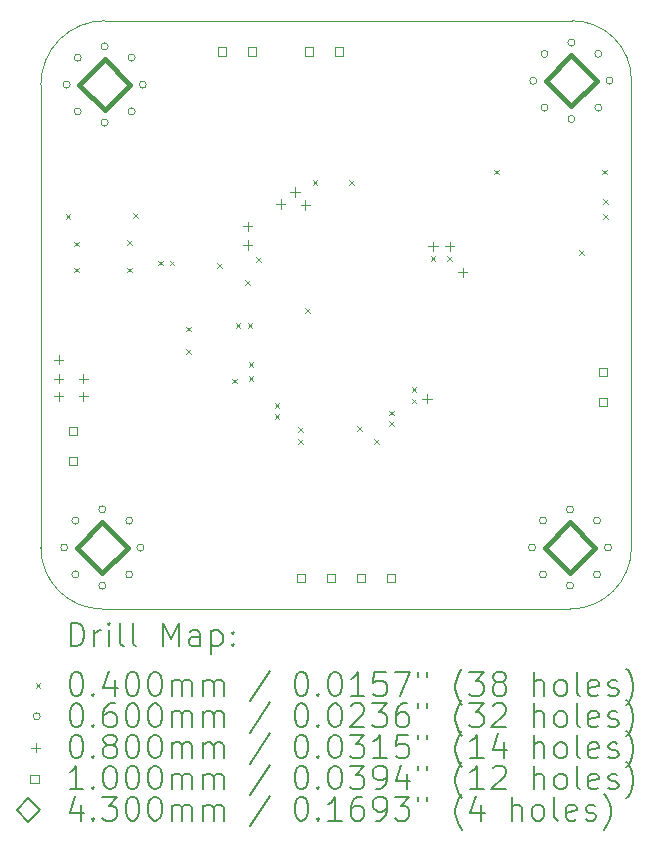
<source format=gbr>
%TF.GenerationSoftware,KiCad,Pcbnew,(6.0.7)*%
%TF.CreationDate,2023-05-29T18:59:21-07:00*%
%TF.ProjectId,STM32F4_Breakout,53544d33-3246-4345-9f42-7265616b6f75,rev?*%
%TF.SameCoordinates,Original*%
%TF.FileFunction,Drillmap*%
%TF.FilePolarity,Positive*%
%FSLAX45Y45*%
G04 Gerber Fmt 4.5, Leading zero omitted, Abs format (unit mm)*
G04 Created by KiCad (PCBNEW (6.0.7)) date 2023-05-29 18:59:21*
%MOMM*%
%LPD*%
G01*
G04 APERTURE LIST*
%ADD10C,0.100000*%
%ADD11C,0.200000*%
%ADD12C,0.040000*%
%ADD13C,0.060000*%
%ADD14C,0.080000*%
%ADD15C,0.430000*%
G04 APERTURE END LIST*
D10*
X11040000Y-4480000D02*
X11040000Y-8440000D01*
X6040000Y-8440000D02*
X6040000Y-4520000D01*
X6580000Y-3980000D02*
X10540000Y-3980000D01*
X6040000Y-8440000D02*
G75*
G03*
X6560000Y-8960000I520000J0D01*
G01*
X10520000Y-8960000D02*
X6560000Y-8960000D01*
X11040000Y-4480000D02*
G75*
G03*
X10540000Y-3980000I-500000J0D01*
G01*
X10520000Y-8960000D02*
G75*
G03*
X11040000Y-8440000I0J520000D01*
G01*
X6580000Y-3980000D02*
G75*
G03*
X6040000Y-4520000I0J-540000D01*
G01*
D11*
D12*
X6250000Y-5620000D02*
X6290000Y-5660000D01*
X6290000Y-5620000D02*
X6250000Y-5660000D01*
X6320000Y-5850000D02*
X6360000Y-5890000D01*
X6360000Y-5850000D02*
X6320000Y-5890000D01*
X6320000Y-6070000D02*
X6360000Y-6110000D01*
X6360000Y-6070000D02*
X6320000Y-6110000D01*
X6770000Y-5840000D02*
X6810000Y-5880000D01*
X6810000Y-5840000D02*
X6770000Y-5880000D01*
X6770000Y-6070000D02*
X6810000Y-6110000D01*
X6810000Y-6070000D02*
X6770000Y-6110000D01*
X6820000Y-5610000D02*
X6860000Y-5650000D01*
X6860000Y-5610000D02*
X6820000Y-5650000D01*
X7030000Y-6010000D02*
X7070000Y-6050000D01*
X7070000Y-6010000D02*
X7030000Y-6050000D01*
X7130000Y-6010000D02*
X7170000Y-6050000D01*
X7170000Y-6010000D02*
X7130000Y-6050000D01*
X7270000Y-6570000D02*
X7310000Y-6610000D01*
X7310000Y-6570000D02*
X7270000Y-6610000D01*
X7270000Y-6760000D02*
X7310000Y-6800000D01*
X7310000Y-6760000D02*
X7270000Y-6800000D01*
X7530000Y-6030000D02*
X7570000Y-6070000D01*
X7570000Y-6030000D02*
X7530000Y-6070000D01*
X7660000Y-7010000D02*
X7700000Y-7050000D01*
X7700000Y-7010000D02*
X7660000Y-7050000D01*
X7690000Y-6540000D02*
X7730000Y-6580000D01*
X7730000Y-6540000D02*
X7690000Y-6580000D01*
X7768036Y-6177511D02*
X7808036Y-6217511D01*
X7808036Y-6177511D02*
X7768036Y-6217511D01*
X7790000Y-6540000D02*
X7830000Y-6580000D01*
X7830000Y-6540000D02*
X7790000Y-6580000D01*
X7800000Y-6870000D02*
X7840000Y-6910000D01*
X7840000Y-6870000D02*
X7800000Y-6910000D01*
X7800000Y-6990000D02*
X7840000Y-7030000D01*
X7840000Y-6990000D02*
X7800000Y-7030000D01*
X7860000Y-5980000D02*
X7900000Y-6020000D01*
X7900000Y-5980000D02*
X7860000Y-6020000D01*
X8020000Y-7220000D02*
X8060000Y-7260000D01*
X8060000Y-7220000D02*
X8020000Y-7260000D01*
X8020000Y-7310000D02*
X8060000Y-7350000D01*
X8060000Y-7310000D02*
X8020000Y-7350000D01*
X8220000Y-7420000D02*
X8260000Y-7460000D01*
X8260000Y-7420000D02*
X8220000Y-7460000D01*
X8220000Y-7520000D02*
X8260000Y-7560000D01*
X8260000Y-7520000D02*
X8220000Y-7560000D01*
X8280000Y-6410000D02*
X8320000Y-6450000D01*
X8320000Y-6410000D02*
X8280000Y-6450000D01*
X8340000Y-5330000D02*
X8380000Y-5370000D01*
X8380000Y-5330000D02*
X8340000Y-5370000D01*
X8650000Y-5330000D02*
X8690000Y-5370000D01*
X8690000Y-5330000D02*
X8650000Y-5370000D01*
X8720000Y-7410000D02*
X8760000Y-7450000D01*
X8760000Y-7410000D02*
X8720000Y-7450000D01*
X8860000Y-7520000D02*
X8900000Y-7560000D01*
X8900000Y-7520000D02*
X8860000Y-7560000D01*
X8990000Y-7280000D02*
X9030000Y-7320000D01*
X9030000Y-7280000D02*
X8990000Y-7320000D01*
X8990000Y-7370000D02*
X9030000Y-7410000D01*
X9030000Y-7370000D02*
X8990000Y-7410000D01*
X9180000Y-7080000D02*
X9220000Y-7120000D01*
X9220000Y-7080000D02*
X9180000Y-7120000D01*
X9180000Y-7180000D02*
X9220000Y-7220000D01*
X9220000Y-7180000D02*
X9180000Y-7220000D01*
X9340000Y-5970000D02*
X9380000Y-6010000D01*
X9380000Y-5970000D02*
X9340000Y-6010000D01*
X9480000Y-5970000D02*
X9520000Y-6010000D01*
X9520000Y-5970000D02*
X9480000Y-6010000D01*
X9880000Y-5240000D02*
X9920000Y-5280000D01*
X9920000Y-5240000D02*
X9880000Y-5280000D01*
X10600000Y-5920000D02*
X10640000Y-5960000D01*
X10640000Y-5920000D02*
X10600000Y-5960000D01*
X10790000Y-5240000D02*
X10830000Y-5280000D01*
X10830000Y-5240000D02*
X10790000Y-5280000D01*
X10800000Y-5490000D02*
X10840000Y-5530000D01*
X10840000Y-5490000D02*
X10800000Y-5530000D01*
X10800000Y-5620000D02*
X10840000Y-5660000D01*
X10840000Y-5620000D02*
X10800000Y-5660000D01*
D13*
X6267500Y-8440000D02*
G75*
G03*
X6267500Y-8440000I-30000J0D01*
G01*
X6287500Y-4520000D02*
G75*
G03*
X6287500Y-4520000I-30000J0D01*
G01*
X6361958Y-8211958D02*
G75*
G03*
X6361958Y-8211958I-30000J0D01*
G01*
X6361958Y-8668042D02*
G75*
G03*
X6361958Y-8668042I-30000J0D01*
G01*
X6381958Y-4291958D02*
G75*
G03*
X6381958Y-4291958I-30000J0D01*
G01*
X6381958Y-4748042D02*
G75*
G03*
X6381958Y-4748042I-30000J0D01*
G01*
X6590000Y-8117500D02*
G75*
G03*
X6590000Y-8117500I-30000J0D01*
G01*
X6590000Y-8762500D02*
G75*
G03*
X6590000Y-8762500I-30000J0D01*
G01*
X6610000Y-4197500D02*
G75*
G03*
X6610000Y-4197500I-30000J0D01*
G01*
X6610000Y-4842500D02*
G75*
G03*
X6610000Y-4842500I-30000J0D01*
G01*
X6818042Y-8211958D02*
G75*
G03*
X6818042Y-8211958I-30000J0D01*
G01*
X6818042Y-8668042D02*
G75*
G03*
X6818042Y-8668042I-30000J0D01*
G01*
X6838042Y-4291958D02*
G75*
G03*
X6838042Y-4291958I-30000J0D01*
G01*
X6838042Y-4748042D02*
G75*
G03*
X6838042Y-4748042I-30000J0D01*
G01*
X6912500Y-8440000D02*
G75*
G03*
X6912500Y-8440000I-30000J0D01*
G01*
X6932500Y-4520000D02*
G75*
G03*
X6932500Y-4520000I-30000J0D01*
G01*
X10227500Y-8440000D02*
G75*
G03*
X10227500Y-8440000I-30000J0D01*
G01*
X10239458Y-4488042D02*
G75*
G03*
X10239458Y-4488042I-30000J0D01*
G01*
X10321958Y-8211958D02*
G75*
G03*
X10321958Y-8211958I-30000J0D01*
G01*
X10321958Y-8668042D02*
G75*
G03*
X10321958Y-8668042I-30000J0D01*
G01*
X10333916Y-4260000D02*
G75*
G03*
X10333916Y-4260000I-30000J0D01*
G01*
X10333916Y-4716084D02*
G75*
G03*
X10333916Y-4716084I-30000J0D01*
G01*
X10550000Y-8117500D02*
G75*
G03*
X10550000Y-8117500I-30000J0D01*
G01*
X10550000Y-8762500D02*
G75*
G03*
X10550000Y-8762500I-30000J0D01*
G01*
X10561958Y-4165542D02*
G75*
G03*
X10561958Y-4165542I-30000J0D01*
G01*
X10561958Y-4810542D02*
G75*
G03*
X10561958Y-4810542I-30000J0D01*
G01*
X10778042Y-8211958D02*
G75*
G03*
X10778042Y-8211958I-30000J0D01*
G01*
X10778042Y-8668042D02*
G75*
G03*
X10778042Y-8668042I-30000J0D01*
G01*
X10790000Y-4260000D02*
G75*
G03*
X10790000Y-4260000I-30000J0D01*
G01*
X10790000Y-4716084D02*
G75*
G03*
X10790000Y-4716084I-30000J0D01*
G01*
X10872500Y-8440000D02*
G75*
G03*
X10872500Y-8440000I-30000J0D01*
G01*
X10884458Y-4488042D02*
G75*
G03*
X10884458Y-4488042I-30000J0D01*
G01*
D14*
X6190000Y-6810000D02*
X6190000Y-6890000D01*
X6150000Y-6850000D02*
X6230000Y-6850000D01*
X6190000Y-6970000D02*
X6190000Y-7050000D01*
X6150000Y-7010000D02*
X6230000Y-7010000D01*
X6190000Y-7120000D02*
X6190000Y-7200000D01*
X6150000Y-7160000D02*
X6230000Y-7160000D01*
X6400000Y-6970000D02*
X6400000Y-7050000D01*
X6360000Y-7010000D02*
X6440000Y-7010000D01*
X6400000Y-7120000D02*
X6400000Y-7200000D01*
X6360000Y-7160000D02*
X6440000Y-7160000D01*
X7790000Y-5680000D02*
X7790000Y-5760000D01*
X7750000Y-5720000D02*
X7830000Y-5720000D01*
X7790000Y-5840000D02*
X7790000Y-5920000D01*
X7750000Y-5880000D02*
X7830000Y-5880000D01*
X8070000Y-5490000D02*
X8070000Y-5570000D01*
X8030000Y-5530000D02*
X8110000Y-5530000D01*
X8190000Y-5390000D02*
X8190000Y-5470000D01*
X8150000Y-5430000D02*
X8230000Y-5430000D01*
X8280000Y-5500000D02*
X8280000Y-5580000D01*
X8240000Y-5540000D02*
X8320000Y-5540000D01*
X9310000Y-7140000D02*
X9310000Y-7220000D01*
X9270000Y-7180000D02*
X9350000Y-7180000D01*
X9360000Y-5850000D02*
X9360000Y-5930000D01*
X9320000Y-5890000D02*
X9400000Y-5890000D01*
X9500000Y-5850000D02*
X9500000Y-5930000D01*
X9460000Y-5890000D02*
X9540000Y-5890000D01*
X9610000Y-6070000D02*
X9610000Y-6150000D01*
X9570000Y-6110000D02*
X9650000Y-6110000D01*
D10*
X6345356Y-7488856D02*
X6345356Y-7418144D01*
X6274644Y-7418144D01*
X6274644Y-7488856D01*
X6345356Y-7488856D01*
X6345356Y-7742856D02*
X6345356Y-7672144D01*
X6274644Y-7672144D01*
X6274644Y-7742856D01*
X6345356Y-7742856D01*
X7608856Y-4275356D02*
X7608856Y-4204644D01*
X7538144Y-4204644D01*
X7538144Y-4275356D01*
X7608856Y-4275356D01*
X7862856Y-4275356D02*
X7862856Y-4204644D01*
X7792144Y-4204644D01*
X7792144Y-4275356D01*
X7862856Y-4275356D01*
X8275356Y-8735356D02*
X8275356Y-8664644D01*
X8204644Y-8664644D01*
X8204644Y-8735356D01*
X8275356Y-8735356D01*
X8347856Y-4275356D02*
X8347856Y-4204644D01*
X8277144Y-4204644D01*
X8277144Y-4275356D01*
X8347856Y-4275356D01*
X8529356Y-8735356D02*
X8529356Y-8664644D01*
X8458644Y-8664644D01*
X8458644Y-8735356D01*
X8529356Y-8735356D01*
X8601856Y-4275356D02*
X8601856Y-4204644D01*
X8531144Y-4204644D01*
X8531144Y-4275356D01*
X8601856Y-4275356D01*
X8783356Y-8735356D02*
X8783356Y-8664644D01*
X8712644Y-8664644D01*
X8712644Y-8735356D01*
X8783356Y-8735356D01*
X9037356Y-8735356D02*
X9037356Y-8664644D01*
X8966644Y-8664644D01*
X8966644Y-8735356D01*
X9037356Y-8735356D01*
X10835356Y-6991356D02*
X10835356Y-6920644D01*
X10764644Y-6920644D01*
X10764644Y-6991356D01*
X10835356Y-6991356D01*
X10835356Y-7245356D02*
X10835356Y-7174644D01*
X10764644Y-7174644D01*
X10764644Y-7245356D01*
X10835356Y-7245356D01*
D15*
X6560000Y-8655000D02*
X6775000Y-8440000D01*
X6560000Y-8225000D01*
X6345000Y-8440000D01*
X6560000Y-8655000D01*
X6580000Y-4735000D02*
X6795000Y-4520000D01*
X6580000Y-4305000D01*
X6365000Y-4520000D01*
X6580000Y-4735000D01*
X10520000Y-8655000D02*
X10735000Y-8440000D01*
X10520000Y-8225000D01*
X10305000Y-8440000D01*
X10520000Y-8655000D01*
X10531958Y-4703042D02*
X10746958Y-4488042D01*
X10531958Y-4273042D01*
X10316958Y-4488042D01*
X10531958Y-4703042D01*
D11*
X6292619Y-9275476D02*
X6292619Y-9075476D01*
X6340238Y-9075476D01*
X6368809Y-9085000D01*
X6387857Y-9104048D01*
X6397381Y-9123095D01*
X6406905Y-9161190D01*
X6406905Y-9189762D01*
X6397381Y-9227857D01*
X6387857Y-9246905D01*
X6368809Y-9265952D01*
X6340238Y-9275476D01*
X6292619Y-9275476D01*
X6492619Y-9275476D02*
X6492619Y-9142143D01*
X6492619Y-9180238D02*
X6502143Y-9161190D01*
X6511667Y-9151667D01*
X6530714Y-9142143D01*
X6549762Y-9142143D01*
X6616428Y-9275476D02*
X6616428Y-9142143D01*
X6616428Y-9075476D02*
X6606905Y-9085000D01*
X6616428Y-9094524D01*
X6625952Y-9085000D01*
X6616428Y-9075476D01*
X6616428Y-9094524D01*
X6740238Y-9275476D02*
X6721190Y-9265952D01*
X6711667Y-9246905D01*
X6711667Y-9075476D01*
X6845000Y-9275476D02*
X6825952Y-9265952D01*
X6816428Y-9246905D01*
X6816428Y-9075476D01*
X7073571Y-9275476D02*
X7073571Y-9075476D01*
X7140238Y-9218333D01*
X7206905Y-9075476D01*
X7206905Y-9275476D01*
X7387857Y-9275476D02*
X7387857Y-9170714D01*
X7378333Y-9151667D01*
X7359286Y-9142143D01*
X7321190Y-9142143D01*
X7302143Y-9151667D01*
X7387857Y-9265952D02*
X7368809Y-9275476D01*
X7321190Y-9275476D01*
X7302143Y-9265952D01*
X7292619Y-9246905D01*
X7292619Y-9227857D01*
X7302143Y-9208810D01*
X7321190Y-9199286D01*
X7368809Y-9199286D01*
X7387857Y-9189762D01*
X7483095Y-9142143D02*
X7483095Y-9342143D01*
X7483095Y-9151667D02*
X7502143Y-9142143D01*
X7540238Y-9142143D01*
X7559286Y-9151667D01*
X7568809Y-9161190D01*
X7578333Y-9180238D01*
X7578333Y-9237381D01*
X7568809Y-9256429D01*
X7559286Y-9265952D01*
X7540238Y-9275476D01*
X7502143Y-9275476D01*
X7483095Y-9265952D01*
X7664048Y-9256429D02*
X7673571Y-9265952D01*
X7664048Y-9275476D01*
X7654524Y-9265952D01*
X7664048Y-9256429D01*
X7664048Y-9275476D01*
X7664048Y-9151667D02*
X7673571Y-9161190D01*
X7664048Y-9170714D01*
X7654524Y-9161190D01*
X7664048Y-9151667D01*
X7664048Y-9170714D01*
D12*
X5995000Y-9585000D02*
X6035000Y-9625000D01*
X6035000Y-9585000D02*
X5995000Y-9625000D01*
D11*
X6330714Y-9495476D02*
X6349762Y-9495476D01*
X6368809Y-9505000D01*
X6378333Y-9514524D01*
X6387857Y-9533571D01*
X6397381Y-9571667D01*
X6397381Y-9619286D01*
X6387857Y-9657381D01*
X6378333Y-9676429D01*
X6368809Y-9685952D01*
X6349762Y-9695476D01*
X6330714Y-9695476D01*
X6311667Y-9685952D01*
X6302143Y-9676429D01*
X6292619Y-9657381D01*
X6283095Y-9619286D01*
X6283095Y-9571667D01*
X6292619Y-9533571D01*
X6302143Y-9514524D01*
X6311667Y-9505000D01*
X6330714Y-9495476D01*
X6483095Y-9676429D02*
X6492619Y-9685952D01*
X6483095Y-9695476D01*
X6473571Y-9685952D01*
X6483095Y-9676429D01*
X6483095Y-9695476D01*
X6664048Y-9562143D02*
X6664048Y-9695476D01*
X6616428Y-9485952D02*
X6568809Y-9628810D01*
X6692619Y-9628810D01*
X6806905Y-9495476D02*
X6825952Y-9495476D01*
X6845000Y-9505000D01*
X6854524Y-9514524D01*
X6864048Y-9533571D01*
X6873571Y-9571667D01*
X6873571Y-9619286D01*
X6864048Y-9657381D01*
X6854524Y-9676429D01*
X6845000Y-9685952D01*
X6825952Y-9695476D01*
X6806905Y-9695476D01*
X6787857Y-9685952D01*
X6778333Y-9676429D01*
X6768809Y-9657381D01*
X6759286Y-9619286D01*
X6759286Y-9571667D01*
X6768809Y-9533571D01*
X6778333Y-9514524D01*
X6787857Y-9505000D01*
X6806905Y-9495476D01*
X6997381Y-9495476D02*
X7016428Y-9495476D01*
X7035476Y-9505000D01*
X7045000Y-9514524D01*
X7054524Y-9533571D01*
X7064048Y-9571667D01*
X7064048Y-9619286D01*
X7054524Y-9657381D01*
X7045000Y-9676429D01*
X7035476Y-9685952D01*
X7016428Y-9695476D01*
X6997381Y-9695476D01*
X6978333Y-9685952D01*
X6968809Y-9676429D01*
X6959286Y-9657381D01*
X6949762Y-9619286D01*
X6949762Y-9571667D01*
X6959286Y-9533571D01*
X6968809Y-9514524D01*
X6978333Y-9505000D01*
X6997381Y-9495476D01*
X7149762Y-9695476D02*
X7149762Y-9562143D01*
X7149762Y-9581190D02*
X7159286Y-9571667D01*
X7178333Y-9562143D01*
X7206905Y-9562143D01*
X7225952Y-9571667D01*
X7235476Y-9590714D01*
X7235476Y-9695476D01*
X7235476Y-9590714D02*
X7245000Y-9571667D01*
X7264048Y-9562143D01*
X7292619Y-9562143D01*
X7311667Y-9571667D01*
X7321190Y-9590714D01*
X7321190Y-9695476D01*
X7416428Y-9695476D02*
X7416428Y-9562143D01*
X7416428Y-9581190D02*
X7425952Y-9571667D01*
X7445000Y-9562143D01*
X7473571Y-9562143D01*
X7492619Y-9571667D01*
X7502143Y-9590714D01*
X7502143Y-9695476D01*
X7502143Y-9590714D02*
X7511667Y-9571667D01*
X7530714Y-9562143D01*
X7559286Y-9562143D01*
X7578333Y-9571667D01*
X7587857Y-9590714D01*
X7587857Y-9695476D01*
X7978333Y-9485952D02*
X7806905Y-9743095D01*
X8235476Y-9495476D02*
X8254524Y-9495476D01*
X8273571Y-9505000D01*
X8283095Y-9514524D01*
X8292619Y-9533571D01*
X8302143Y-9571667D01*
X8302143Y-9619286D01*
X8292619Y-9657381D01*
X8283095Y-9676429D01*
X8273571Y-9685952D01*
X8254524Y-9695476D01*
X8235476Y-9695476D01*
X8216428Y-9685952D01*
X8206905Y-9676429D01*
X8197381Y-9657381D01*
X8187857Y-9619286D01*
X8187857Y-9571667D01*
X8197381Y-9533571D01*
X8206905Y-9514524D01*
X8216428Y-9505000D01*
X8235476Y-9495476D01*
X8387857Y-9676429D02*
X8397381Y-9685952D01*
X8387857Y-9695476D01*
X8378333Y-9685952D01*
X8387857Y-9676429D01*
X8387857Y-9695476D01*
X8521190Y-9495476D02*
X8540238Y-9495476D01*
X8559286Y-9505000D01*
X8568810Y-9514524D01*
X8578333Y-9533571D01*
X8587857Y-9571667D01*
X8587857Y-9619286D01*
X8578333Y-9657381D01*
X8568810Y-9676429D01*
X8559286Y-9685952D01*
X8540238Y-9695476D01*
X8521190Y-9695476D01*
X8502143Y-9685952D01*
X8492619Y-9676429D01*
X8483095Y-9657381D01*
X8473571Y-9619286D01*
X8473571Y-9571667D01*
X8483095Y-9533571D01*
X8492619Y-9514524D01*
X8502143Y-9505000D01*
X8521190Y-9495476D01*
X8778333Y-9695476D02*
X8664048Y-9695476D01*
X8721190Y-9695476D02*
X8721190Y-9495476D01*
X8702143Y-9524048D01*
X8683095Y-9543095D01*
X8664048Y-9552619D01*
X8959286Y-9495476D02*
X8864048Y-9495476D01*
X8854524Y-9590714D01*
X8864048Y-9581190D01*
X8883095Y-9571667D01*
X8930714Y-9571667D01*
X8949762Y-9581190D01*
X8959286Y-9590714D01*
X8968810Y-9609762D01*
X8968810Y-9657381D01*
X8959286Y-9676429D01*
X8949762Y-9685952D01*
X8930714Y-9695476D01*
X8883095Y-9695476D01*
X8864048Y-9685952D01*
X8854524Y-9676429D01*
X9035476Y-9495476D02*
X9168810Y-9495476D01*
X9083095Y-9695476D01*
X9235476Y-9495476D02*
X9235476Y-9533571D01*
X9311667Y-9495476D02*
X9311667Y-9533571D01*
X9606905Y-9771667D02*
X9597381Y-9762143D01*
X9578333Y-9733571D01*
X9568810Y-9714524D01*
X9559286Y-9685952D01*
X9549762Y-9638333D01*
X9549762Y-9600238D01*
X9559286Y-9552619D01*
X9568810Y-9524048D01*
X9578333Y-9505000D01*
X9597381Y-9476429D01*
X9606905Y-9466905D01*
X9664048Y-9495476D02*
X9787857Y-9495476D01*
X9721190Y-9571667D01*
X9749762Y-9571667D01*
X9768810Y-9581190D01*
X9778333Y-9590714D01*
X9787857Y-9609762D01*
X9787857Y-9657381D01*
X9778333Y-9676429D01*
X9768810Y-9685952D01*
X9749762Y-9695476D01*
X9692619Y-9695476D01*
X9673571Y-9685952D01*
X9664048Y-9676429D01*
X9902143Y-9581190D02*
X9883095Y-9571667D01*
X9873571Y-9562143D01*
X9864048Y-9543095D01*
X9864048Y-9533571D01*
X9873571Y-9514524D01*
X9883095Y-9505000D01*
X9902143Y-9495476D01*
X9940238Y-9495476D01*
X9959286Y-9505000D01*
X9968810Y-9514524D01*
X9978333Y-9533571D01*
X9978333Y-9543095D01*
X9968810Y-9562143D01*
X9959286Y-9571667D01*
X9940238Y-9581190D01*
X9902143Y-9581190D01*
X9883095Y-9590714D01*
X9873571Y-9600238D01*
X9864048Y-9619286D01*
X9864048Y-9657381D01*
X9873571Y-9676429D01*
X9883095Y-9685952D01*
X9902143Y-9695476D01*
X9940238Y-9695476D01*
X9959286Y-9685952D01*
X9968810Y-9676429D01*
X9978333Y-9657381D01*
X9978333Y-9619286D01*
X9968810Y-9600238D01*
X9959286Y-9590714D01*
X9940238Y-9581190D01*
X10216429Y-9695476D02*
X10216429Y-9495476D01*
X10302143Y-9695476D02*
X10302143Y-9590714D01*
X10292619Y-9571667D01*
X10273571Y-9562143D01*
X10245000Y-9562143D01*
X10225952Y-9571667D01*
X10216429Y-9581190D01*
X10425952Y-9695476D02*
X10406905Y-9685952D01*
X10397381Y-9676429D01*
X10387857Y-9657381D01*
X10387857Y-9600238D01*
X10397381Y-9581190D01*
X10406905Y-9571667D01*
X10425952Y-9562143D01*
X10454524Y-9562143D01*
X10473571Y-9571667D01*
X10483095Y-9581190D01*
X10492619Y-9600238D01*
X10492619Y-9657381D01*
X10483095Y-9676429D01*
X10473571Y-9685952D01*
X10454524Y-9695476D01*
X10425952Y-9695476D01*
X10606905Y-9695476D02*
X10587857Y-9685952D01*
X10578333Y-9666905D01*
X10578333Y-9495476D01*
X10759286Y-9685952D02*
X10740238Y-9695476D01*
X10702143Y-9695476D01*
X10683095Y-9685952D01*
X10673571Y-9666905D01*
X10673571Y-9590714D01*
X10683095Y-9571667D01*
X10702143Y-9562143D01*
X10740238Y-9562143D01*
X10759286Y-9571667D01*
X10768810Y-9590714D01*
X10768810Y-9609762D01*
X10673571Y-9628810D01*
X10845000Y-9685952D02*
X10864048Y-9695476D01*
X10902143Y-9695476D01*
X10921190Y-9685952D01*
X10930714Y-9666905D01*
X10930714Y-9657381D01*
X10921190Y-9638333D01*
X10902143Y-9628810D01*
X10873571Y-9628810D01*
X10854524Y-9619286D01*
X10845000Y-9600238D01*
X10845000Y-9590714D01*
X10854524Y-9571667D01*
X10873571Y-9562143D01*
X10902143Y-9562143D01*
X10921190Y-9571667D01*
X10997381Y-9771667D02*
X11006905Y-9762143D01*
X11025952Y-9733571D01*
X11035476Y-9714524D01*
X11045000Y-9685952D01*
X11054524Y-9638333D01*
X11054524Y-9600238D01*
X11045000Y-9552619D01*
X11035476Y-9524048D01*
X11025952Y-9505000D01*
X11006905Y-9476429D01*
X10997381Y-9466905D01*
D13*
X6035000Y-9869000D02*
G75*
G03*
X6035000Y-9869000I-30000J0D01*
G01*
D11*
X6330714Y-9759476D02*
X6349762Y-9759476D01*
X6368809Y-9769000D01*
X6378333Y-9778524D01*
X6387857Y-9797571D01*
X6397381Y-9835667D01*
X6397381Y-9883286D01*
X6387857Y-9921381D01*
X6378333Y-9940429D01*
X6368809Y-9949952D01*
X6349762Y-9959476D01*
X6330714Y-9959476D01*
X6311667Y-9949952D01*
X6302143Y-9940429D01*
X6292619Y-9921381D01*
X6283095Y-9883286D01*
X6283095Y-9835667D01*
X6292619Y-9797571D01*
X6302143Y-9778524D01*
X6311667Y-9769000D01*
X6330714Y-9759476D01*
X6483095Y-9940429D02*
X6492619Y-9949952D01*
X6483095Y-9959476D01*
X6473571Y-9949952D01*
X6483095Y-9940429D01*
X6483095Y-9959476D01*
X6664048Y-9759476D02*
X6625952Y-9759476D01*
X6606905Y-9769000D01*
X6597381Y-9778524D01*
X6578333Y-9807095D01*
X6568809Y-9845190D01*
X6568809Y-9921381D01*
X6578333Y-9940429D01*
X6587857Y-9949952D01*
X6606905Y-9959476D01*
X6645000Y-9959476D01*
X6664048Y-9949952D01*
X6673571Y-9940429D01*
X6683095Y-9921381D01*
X6683095Y-9873762D01*
X6673571Y-9854714D01*
X6664048Y-9845190D01*
X6645000Y-9835667D01*
X6606905Y-9835667D01*
X6587857Y-9845190D01*
X6578333Y-9854714D01*
X6568809Y-9873762D01*
X6806905Y-9759476D02*
X6825952Y-9759476D01*
X6845000Y-9769000D01*
X6854524Y-9778524D01*
X6864048Y-9797571D01*
X6873571Y-9835667D01*
X6873571Y-9883286D01*
X6864048Y-9921381D01*
X6854524Y-9940429D01*
X6845000Y-9949952D01*
X6825952Y-9959476D01*
X6806905Y-9959476D01*
X6787857Y-9949952D01*
X6778333Y-9940429D01*
X6768809Y-9921381D01*
X6759286Y-9883286D01*
X6759286Y-9835667D01*
X6768809Y-9797571D01*
X6778333Y-9778524D01*
X6787857Y-9769000D01*
X6806905Y-9759476D01*
X6997381Y-9759476D02*
X7016428Y-9759476D01*
X7035476Y-9769000D01*
X7045000Y-9778524D01*
X7054524Y-9797571D01*
X7064048Y-9835667D01*
X7064048Y-9883286D01*
X7054524Y-9921381D01*
X7045000Y-9940429D01*
X7035476Y-9949952D01*
X7016428Y-9959476D01*
X6997381Y-9959476D01*
X6978333Y-9949952D01*
X6968809Y-9940429D01*
X6959286Y-9921381D01*
X6949762Y-9883286D01*
X6949762Y-9835667D01*
X6959286Y-9797571D01*
X6968809Y-9778524D01*
X6978333Y-9769000D01*
X6997381Y-9759476D01*
X7149762Y-9959476D02*
X7149762Y-9826143D01*
X7149762Y-9845190D02*
X7159286Y-9835667D01*
X7178333Y-9826143D01*
X7206905Y-9826143D01*
X7225952Y-9835667D01*
X7235476Y-9854714D01*
X7235476Y-9959476D01*
X7235476Y-9854714D02*
X7245000Y-9835667D01*
X7264048Y-9826143D01*
X7292619Y-9826143D01*
X7311667Y-9835667D01*
X7321190Y-9854714D01*
X7321190Y-9959476D01*
X7416428Y-9959476D02*
X7416428Y-9826143D01*
X7416428Y-9845190D02*
X7425952Y-9835667D01*
X7445000Y-9826143D01*
X7473571Y-9826143D01*
X7492619Y-9835667D01*
X7502143Y-9854714D01*
X7502143Y-9959476D01*
X7502143Y-9854714D02*
X7511667Y-9835667D01*
X7530714Y-9826143D01*
X7559286Y-9826143D01*
X7578333Y-9835667D01*
X7587857Y-9854714D01*
X7587857Y-9959476D01*
X7978333Y-9749952D02*
X7806905Y-10007095D01*
X8235476Y-9759476D02*
X8254524Y-9759476D01*
X8273571Y-9769000D01*
X8283095Y-9778524D01*
X8292619Y-9797571D01*
X8302143Y-9835667D01*
X8302143Y-9883286D01*
X8292619Y-9921381D01*
X8283095Y-9940429D01*
X8273571Y-9949952D01*
X8254524Y-9959476D01*
X8235476Y-9959476D01*
X8216428Y-9949952D01*
X8206905Y-9940429D01*
X8197381Y-9921381D01*
X8187857Y-9883286D01*
X8187857Y-9835667D01*
X8197381Y-9797571D01*
X8206905Y-9778524D01*
X8216428Y-9769000D01*
X8235476Y-9759476D01*
X8387857Y-9940429D02*
X8397381Y-9949952D01*
X8387857Y-9959476D01*
X8378333Y-9949952D01*
X8387857Y-9940429D01*
X8387857Y-9959476D01*
X8521190Y-9759476D02*
X8540238Y-9759476D01*
X8559286Y-9769000D01*
X8568810Y-9778524D01*
X8578333Y-9797571D01*
X8587857Y-9835667D01*
X8587857Y-9883286D01*
X8578333Y-9921381D01*
X8568810Y-9940429D01*
X8559286Y-9949952D01*
X8540238Y-9959476D01*
X8521190Y-9959476D01*
X8502143Y-9949952D01*
X8492619Y-9940429D01*
X8483095Y-9921381D01*
X8473571Y-9883286D01*
X8473571Y-9835667D01*
X8483095Y-9797571D01*
X8492619Y-9778524D01*
X8502143Y-9769000D01*
X8521190Y-9759476D01*
X8664048Y-9778524D02*
X8673571Y-9769000D01*
X8692619Y-9759476D01*
X8740238Y-9759476D01*
X8759286Y-9769000D01*
X8768810Y-9778524D01*
X8778333Y-9797571D01*
X8778333Y-9816619D01*
X8768810Y-9845190D01*
X8654524Y-9959476D01*
X8778333Y-9959476D01*
X8845000Y-9759476D02*
X8968810Y-9759476D01*
X8902143Y-9835667D01*
X8930714Y-9835667D01*
X8949762Y-9845190D01*
X8959286Y-9854714D01*
X8968810Y-9873762D01*
X8968810Y-9921381D01*
X8959286Y-9940429D01*
X8949762Y-9949952D01*
X8930714Y-9959476D01*
X8873571Y-9959476D01*
X8854524Y-9949952D01*
X8845000Y-9940429D01*
X9140238Y-9759476D02*
X9102143Y-9759476D01*
X9083095Y-9769000D01*
X9073571Y-9778524D01*
X9054524Y-9807095D01*
X9045000Y-9845190D01*
X9045000Y-9921381D01*
X9054524Y-9940429D01*
X9064048Y-9949952D01*
X9083095Y-9959476D01*
X9121190Y-9959476D01*
X9140238Y-9949952D01*
X9149762Y-9940429D01*
X9159286Y-9921381D01*
X9159286Y-9873762D01*
X9149762Y-9854714D01*
X9140238Y-9845190D01*
X9121190Y-9835667D01*
X9083095Y-9835667D01*
X9064048Y-9845190D01*
X9054524Y-9854714D01*
X9045000Y-9873762D01*
X9235476Y-9759476D02*
X9235476Y-9797571D01*
X9311667Y-9759476D02*
X9311667Y-9797571D01*
X9606905Y-10035667D02*
X9597381Y-10026143D01*
X9578333Y-9997571D01*
X9568810Y-9978524D01*
X9559286Y-9949952D01*
X9549762Y-9902333D01*
X9549762Y-9864238D01*
X9559286Y-9816619D01*
X9568810Y-9788048D01*
X9578333Y-9769000D01*
X9597381Y-9740429D01*
X9606905Y-9730905D01*
X9664048Y-9759476D02*
X9787857Y-9759476D01*
X9721190Y-9835667D01*
X9749762Y-9835667D01*
X9768810Y-9845190D01*
X9778333Y-9854714D01*
X9787857Y-9873762D01*
X9787857Y-9921381D01*
X9778333Y-9940429D01*
X9768810Y-9949952D01*
X9749762Y-9959476D01*
X9692619Y-9959476D01*
X9673571Y-9949952D01*
X9664048Y-9940429D01*
X9864048Y-9778524D02*
X9873571Y-9769000D01*
X9892619Y-9759476D01*
X9940238Y-9759476D01*
X9959286Y-9769000D01*
X9968810Y-9778524D01*
X9978333Y-9797571D01*
X9978333Y-9816619D01*
X9968810Y-9845190D01*
X9854524Y-9959476D01*
X9978333Y-9959476D01*
X10216429Y-9959476D02*
X10216429Y-9759476D01*
X10302143Y-9959476D02*
X10302143Y-9854714D01*
X10292619Y-9835667D01*
X10273571Y-9826143D01*
X10245000Y-9826143D01*
X10225952Y-9835667D01*
X10216429Y-9845190D01*
X10425952Y-9959476D02*
X10406905Y-9949952D01*
X10397381Y-9940429D01*
X10387857Y-9921381D01*
X10387857Y-9864238D01*
X10397381Y-9845190D01*
X10406905Y-9835667D01*
X10425952Y-9826143D01*
X10454524Y-9826143D01*
X10473571Y-9835667D01*
X10483095Y-9845190D01*
X10492619Y-9864238D01*
X10492619Y-9921381D01*
X10483095Y-9940429D01*
X10473571Y-9949952D01*
X10454524Y-9959476D01*
X10425952Y-9959476D01*
X10606905Y-9959476D02*
X10587857Y-9949952D01*
X10578333Y-9930905D01*
X10578333Y-9759476D01*
X10759286Y-9949952D02*
X10740238Y-9959476D01*
X10702143Y-9959476D01*
X10683095Y-9949952D01*
X10673571Y-9930905D01*
X10673571Y-9854714D01*
X10683095Y-9835667D01*
X10702143Y-9826143D01*
X10740238Y-9826143D01*
X10759286Y-9835667D01*
X10768810Y-9854714D01*
X10768810Y-9873762D01*
X10673571Y-9892810D01*
X10845000Y-9949952D02*
X10864048Y-9959476D01*
X10902143Y-9959476D01*
X10921190Y-9949952D01*
X10930714Y-9930905D01*
X10930714Y-9921381D01*
X10921190Y-9902333D01*
X10902143Y-9892810D01*
X10873571Y-9892810D01*
X10854524Y-9883286D01*
X10845000Y-9864238D01*
X10845000Y-9854714D01*
X10854524Y-9835667D01*
X10873571Y-9826143D01*
X10902143Y-9826143D01*
X10921190Y-9835667D01*
X10997381Y-10035667D02*
X11006905Y-10026143D01*
X11025952Y-9997571D01*
X11035476Y-9978524D01*
X11045000Y-9949952D01*
X11054524Y-9902333D01*
X11054524Y-9864238D01*
X11045000Y-9816619D01*
X11035476Y-9788048D01*
X11025952Y-9769000D01*
X11006905Y-9740429D01*
X10997381Y-9730905D01*
D14*
X5995000Y-10093000D02*
X5995000Y-10173000D01*
X5955000Y-10133000D02*
X6035000Y-10133000D01*
D11*
X6330714Y-10023476D02*
X6349762Y-10023476D01*
X6368809Y-10033000D01*
X6378333Y-10042524D01*
X6387857Y-10061571D01*
X6397381Y-10099667D01*
X6397381Y-10147286D01*
X6387857Y-10185381D01*
X6378333Y-10204429D01*
X6368809Y-10213952D01*
X6349762Y-10223476D01*
X6330714Y-10223476D01*
X6311667Y-10213952D01*
X6302143Y-10204429D01*
X6292619Y-10185381D01*
X6283095Y-10147286D01*
X6283095Y-10099667D01*
X6292619Y-10061571D01*
X6302143Y-10042524D01*
X6311667Y-10033000D01*
X6330714Y-10023476D01*
X6483095Y-10204429D02*
X6492619Y-10213952D01*
X6483095Y-10223476D01*
X6473571Y-10213952D01*
X6483095Y-10204429D01*
X6483095Y-10223476D01*
X6606905Y-10109190D02*
X6587857Y-10099667D01*
X6578333Y-10090143D01*
X6568809Y-10071095D01*
X6568809Y-10061571D01*
X6578333Y-10042524D01*
X6587857Y-10033000D01*
X6606905Y-10023476D01*
X6645000Y-10023476D01*
X6664048Y-10033000D01*
X6673571Y-10042524D01*
X6683095Y-10061571D01*
X6683095Y-10071095D01*
X6673571Y-10090143D01*
X6664048Y-10099667D01*
X6645000Y-10109190D01*
X6606905Y-10109190D01*
X6587857Y-10118714D01*
X6578333Y-10128238D01*
X6568809Y-10147286D01*
X6568809Y-10185381D01*
X6578333Y-10204429D01*
X6587857Y-10213952D01*
X6606905Y-10223476D01*
X6645000Y-10223476D01*
X6664048Y-10213952D01*
X6673571Y-10204429D01*
X6683095Y-10185381D01*
X6683095Y-10147286D01*
X6673571Y-10128238D01*
X6664048Y-10118714D01*
X6645000Y-10109190D01*
X6806905Y-10023476D02*
X6825952Y-10023476D01*
X6845000Y-10033000D01*
X6854524Y-10042524D01*
X6864048Y-10061571D01*
X6873571Y-10099667D01*
X6873571Y-10147286D01*
X6864048Y-10185381D01*
X6854524Y-10204429D01*
X6845000Y-10213952D01*
X6825952Y-10223476D01*
X6806905Y-10223476D01*
X6787857Y-10213952D01*
X6778333Y-10204429D01*
X6768809Y-10185381D01*
X6759286Y-10147286D01*
X6759286Y-10099667D01*
X6768809Y-10061571D01*
X6778333Y-10042524D01*
X6787857Y-10033000D01*
X6806905Y-10023476D01*
X6997381Y-10023476D02*
X7016428Y-10023476D01*
X7035476Y-10033000D01*
X7045000Y-10042524D01*
X7054524Y-10061571D01*
X7064048Y-10099667D01*
X7064048Y-10147286D01*
X7054524Y-10185381D01*
X7045000Y-10204429D01*
X7035476Y-10213952D01*
X7016428Y-10223476D01*
X6997381Y-10223476D01*
X6978333Y-10213952D01*
X6968809Y-10204429D01*
X6959286Y-10185381D01*
X6949762Y-10147286D01*
X6949762Y-10099667D01*
X6959286Y-10061571D01*
X6968809Y-10042524D01*
X6978333Y-10033000D01*
X6997381Y-10023476D01*
X7149762Y-10223476D02*
X7149762Y-10090143D01*
X7149762Y-10109190D02*
X7159286Y-10099667D01*
X7178333Y-10090143D01*
X7206905Y-10090143D01*
X7225952Y-10099667D01*
X7235476Y-10118714D01*
X7235476Y-10223476D01*
X7235476Y-10118714D02*
X7245000Y-10099667D01*
X7264048Y-10090143D01*
X7292619Y-10090143D01*
X7311667Y-10099667D01*
X7321190Y-10118714D01*
X7321190Y-10223476D01*
X7416428Y-10223476D02*
X7416428Y-10090143D01*
X7416428Y-10109190D02*
X7425952Y-10099667D01*
X7445000Y-10090143D01*
X7473571Y-10090143D01*
X7492619Y-10099667D01*
X7502143Y-10118714D01*
X7502143Y-10223476D01*
X7502143Y-10118714D02*
X7511667Y-10099667D01*
X7530714Y-10090143D01*
X7559286Y-10090143D01*
X7578333Y-10099667D01*
X7587857Y-10118714D01*
X7587857Y-10223476D01*
X7978333Y-10013952D02*
X7806905Y-10271095D01*
X8235476Y-10023476D02*
X8254524Y-10023476D01*
X8273571Y-10033000D01*
X8283095Y-10042524D01*
X8292619Y-10061571D01*
X8302143Y-10099667D01*
X8302143Y-10147286D01*
X8292619Y-10185381D01*
X8283095Y-10204429D01*
X8273571Y-10213952D01*
X8254524Y-10223476D01*
X8235476Y-10223476D01*
X8216428Y-10213952D01*
X8206905Y-10204429D01*
X8197381Y-10185381D01*
X8187857Y-10147286D01*
X8187857Y-10099667D01*
X8197381Y-10061571D01*
X8206905Y-10042524D01*
X8216428Y-10033000D01*
X8235476Y-10023476D01*
X8387857Y-10204429D02*
X8397381Y-10213952D01*
X8387857Y-10223476D01*
X8378333Y-10213952D01*
X8387857Y-10204429D01*
X8387857Y-10223476D01*
X8521190Y-10023476D02*
X8540238Y-10023476D01*
X8559286Y-10033000D01*
X8568810Y-10042524D01*
X8578333Y-10061571D01*
X8587857Y-10099667D01*
X8587857Y-10147286D01*
X8578333Y-10185381D01*
X8568810Y-10204429D01*
X8559286Y-10213952D01*
X8540238Y-10223476D01*
X8521190Y-10223476D01*
X8502143Y-10213952D01*
X8492619Y-10204429D01*
X8483095Y-10185381D01*
X8473571Y-10147286D01*
X8473571Y-10099667D01*
X8483095Y-10061571D01*
X8492619Y-10042524D01*
X8502143Y-10033000D01*
X8521190Y-10023476D01*
X8654524Y-10023476D02*
X8778333Y-10023476D01*
X8711667Y-10099667D01*
X8740238Y-10099667D01*
X8759286Y-10109190D01*
X8768810Y-10118714D01*
X8778333Y-10137762D01*
X8778333Y-10185381D01*
X8768810Y-10204429D01*
X8759286Y-10213952D01*
X8740238Y-10223476D01*
X8683095Y-10223476D01*
X8664048Y-10213952D01*
X8654524Y-10204429D01*
X8968810Y-10223476D02*
X8854524Y-10223476D01*
X8911667Y-10223476D02*
X8911667Y-10023476D01*
X8892619Y-10052048D01*
X8873571Y-10071095D01*
X8854524Y-10080619D01*
X9149762Y-10023476D02*
X9054524Y-10023476D01*
X9045000Y-10118714D01*
X9054524Y-10109190D01*
X9073571Y-10099667D01*
X9121190Y-10099667D01*
X9140238Y-10109190D01*
X9149762Y-10118714D01*
X9159286Y-10137762D01*
X9159286Y-10185381D01*
X9149762Y-10204429D01*
X9140238Y-10213952D01*
X9121190Y-10223476D01*
X9073571Y-10223476D01*
X9054524Y-10213952D01*
X9045000Y-10204429D01*
X9235476Y-10023476D02*
X9235476Y-10061571D01*
X9311667Y-10023476D02*
X9311667Y-10061571D01*
X9606905Y-10299667D02*
X9597381Y-10290143D01*
X9578333Y-10261571D01*
X9568810Y-10242524D01*
X9559286Y-10213952D01*
X9549762Y-10166333D01*
X9549762Y-10128238D01*
X9559286Y-10080619D01*
X9568810Y-10052048D01*
X9578333Y-10033000D01*
X9597381Y-10004429D01*
X9606905Y-9994905D01*
X9787857Y-10223476D02*
X9673571Y-10223476D01*
X9730714Y-10223476D02*
X9730714Y-10023476D01*
X9711667Y-10052048D01*
X9692619Y-10071095D01*
X9673571Y-10080619D01*
X9959286Y-10090143D02*
X9959286Y-10223476D01*
X9911667Y-10013952D02*
X9864048Y-10156810D01*
X9987857Y-10156810D01*
X10216429Y-10223476D02*
X10216429Y-10023476D01*
X10302143Y-10223476D02*
X10302143Y-10118714D01*
X10292619Y-10099667D01*
X10273571Y-10090143D01*
X10245000Y-10090143D01*
X10225952Y-10099667D01*
X10216429Y-10109190D01*
X10425952Y-10223476D02*
X10406905Y-10213952D01*
X10397381Y-10204429D01*
X10387857Y-10185381D01*
X10387857Y-10128238D01*
X10397381Y-10109190D01*
X10406905Y-10099667D01*
X10425952Y-10090143D01*
X10454524Y-10090143D01*
X10473571Y-10099667D01*
X10483095Y-10109190D01*
X10492619Y-10128238D01*
X10492619Y-10185381D01*
X10483095Y-10204429D01*
X10473571Y-10213952D01*
X10454524Y-10223476D01*
X10425952Y-10223476D01*
X10606905Y-10223476D02*
X10587857Y-10213952D01*
X10578333Y-10194905D01*
X10578333Y-10023476D01*
X10759286Y-10213952D02*
X10740238Y-10223476D01*
X10702143Y-10223476D01*
X10683095Y-10213952D01*
X10673571Y-10194905D01*
X10673571Y-10118714D01*
X10683095Y-10099667D01*
X10702143Y-10090143D01*
X10740238Y-10090143D01*
X10759286Y-10099667D01*
X10768810Y-10118714D01*
X10768810Y-10137762D01*
X10673571Y-10156810D01*
X10845000Y-10213952D02*
X10864048Y-10223476D01*
X10902143Y-10223476D01*
X10921190Y-10213952D01*
X10930714Y-10194905D01*
X10930714Y-10185381D01*
X10921190Y-10166333D01*
X10902143Y-10156810D01*
X10873571Y-10156810D01*
X10854524Y-10147286D01*
X10845000Y-10128238D01*
X10845000Y-10118714D01*
X10854524Y-10099667D01*
X10873571Y-10090143D01*
X10902143Y-10090143D01*
X10921190Y-10099667D01*
X10997381Y-10299667D02*
X11006905Y-10290143D01*
X11025952Y-10261571D01*
X11035476Y-10242524D01*
X11045000Y-10213952D01*
X11054524Y-10166333D01*
X11054524Y-10128238D01*
X11045000Y-10080619D01*
X11035476Y-10052048D01*
X11025952Y-10033000D01*
X11006905Y-10004429D01*
X10997381Y-9994905D01*
D10*
X6020356Y-10432356D02*
X6020356Y-10361644D01*
X5949644Y-10361644D01*
X5949644Y-10432356D01*
X6020356Y-10432356D01*
D11*
X6397381Y-10487476D02*
X6283095Y-10487476D01*
X6340238Y-10487476D02*
X6340238Y-10287476D01*
X6321190Y-10316048D01*
X6302143Y-10335095D01*
X6283095Y-10344619D01*
X6483095Y-10468429D02*
X6492619Y-10477952D01*
X6483095Y-10487476D01*
X6473571Y-10477952D01*
X6483095Y-10468429D01*
X6483095Y-10487476D01*
X6616428Y-10287476D02*
X6635476Y-10287476D01*
X6654524Y-10297000D01*
X6664048Y-10306524D01*
X6673571Y-10325571D01*
X6683095Y-10363667D01*
X6683095Y-10411286D01*
X6673571Y-10449381D01*
X6664048Y-10468429D01*
X6654524Y-10477952D01*
X6635476Y-10487476D01*
X6616428Y-10487476D01*
X6597381Y-10477952D01*
X6587857Y-10468429D01*
X6578333Y-10449381D01*
X6568809Y-10411286D01*
X6568809Y-10363667D01*
X6578333Y-10325571D01*
X6587857Y-10306524D01*
X6597381Y-10297000D01*
X6616428Y-10287476D01*
X6806905Y-10287476D02*
X6825952Y-10287476D01*
X6845000Y-10297000D01*
X6854524Y-10306524D01*
X6864048Y-10325571D01*
X6873571Y-10363667D01*
X6873571Y-10411286D01*
X6864048Y-10449381D01*
X6854524Y-10468429D01*
X6845000Y-10477952D01*
X6825952Y-10487476D01*
X6806905Y-10487476D01*
X6787857Y-10477952D01*
X6778333Y-10468429D01*
X6768809Y-10449381D01*
X6759286Y-10411286D01*
X6759286Y-10363667D01*
X6768809Y-10325571D01*
X6778333Y-10306524D01*
X6787857Y-10297000D01*
X6806905Y-10287476D01*
X6997381Y-10287476D02*
X7016428Y-10287476D01*
X7035476Y-10297000D01*
X7045000Y-10306524D01*
X7054524Y-10325571D01*
X7064048Y-10363667D01*
X7064048Y-10411286D01*
X7054524Y-10449381D01*
X7045000Y-10468429D01*
X7035476Y-10477952D01*
X7016428Y-10487476D01*
X6997381Y-10487476D01*
X6978333Y-10477952D01*
X6968809Y-10468429D01*
X6959286Y-10449381D01*
X6949762Y-10411286D01*
X6949762Y-10363667D01*
X6959286Y-10325571D01*
X6968809Y-10306524D01*
X6978333Y-10297000D01*
X6997381Y-10287476D01*
X7149762Y-10487476D02*
X7149762Y-10354143D01*
X7149762Y-10373190D02*
X7159286Y-10363667D01*
X7178333Y-10354143D01*
X7206905Y-10354143D01*
X7225952Y-10363667D01*
X7235476Y-10382714D01*
X7235476Y-10487476D01*
X7235476Y-10382714D02*
X7245000Y-10363667D01*
X7264048Y-10354143D01*
X7292619Y-10354143D01*
X7311667Y-10363667D01*
X7321190Y-10382714D01*
X7321190Y-10487476D01*
X7416428Y-10487476D02*
X7416428Y-10354143D01*
X7416428Y-10373190D02*
X7425952Y-10363667D01*
X7445000Y-10354143D01*
X7473571Y-10354143D01*
X7492619Y-10363667D01*
X7502143Y-10382714D01*
X7502143Y-10487476D01*
X7502143Y-10382714D02*
X7511667Y-10363667D01*
X7530714Y-10354143D01*
X7559286Y-10354143D01*
X7578333Y-10363667D01*
X7587857Y-10382714D01*
X7587857Y-10487476D01*
X7978333Y-10277952D02*
X7806905Y-10535095D01*
X8235476Y-10287476D02*
X8254524Y-10287476D01*
X8273571Y-10297000D01*
X8283095Y-10306524D01*
X8292619Y-10325571D01*
X8302143Y-10363667D01*
X8302143Y-10411286D01*
X8292619Y-10449381D01*
X8283095Y-10468429D01*
X8273571Y-10477952D01*
X8254524Y-10487476D01*
X8235476Y-10487476D01*
X8216428Y-10477952D01*
X8206905Y-10468429D01*
X8197381Y-10449381D01*
X8187857Y-10411286D01*
X8187857Y-10363667D01*
X8197381Y-10325571D01*
X8206905Y-10306524D01*
X8216428Y-10297000D01*
X8235476Y-10287476D01*
X8387857Y-10468429D02*
X8397381Y-10477952D01*
X8387857Y-10487476D01*
X8378333Y-10477952D01*
X8387857Y-10468429D01*
X8387857Y-10487476D01*
X8521190Y-10287476D02*
X8540238Y-10287476D01*
X8559286Y-10297000D01*
X8568810Y-10306524D01*
X8578333Y-10325571D01*
X8587857Y-10363667D01*
X8587857Y-10411286D01*
X8578333Y-10449381D01*
X8568810Y-10468429D01*
X8559286Y-10477952D01*
X8540238Y-10487476D01*
X8521190Y-10487476D01*
X8502143Y-10477952D01*
X8492619Y-10468429D01*
X8483095Y-10449381D01*
X8473571Y-10411286D01*
X8473571Y-10363667D01*
X8483095Y-10325571D01*
X8492619Y-10306524D01*
X8502143Y-10297000D01*
X8521190Y-10287476D01*
X8654524Y-10287476D02*
X8778333Y-10287476D01*
X8711667Y-10363667D01*
X8740238Y-10363667D01*
X8759286Y-10373190D01*
X8768810Y-10382714D01*
X8778333Y-10401762D01*
X8778333Y-10449381D01*
X8768810Y-10468429D01*
X8759286Y-10477952D01*
X8740238Y-10487476D01*
X8683095Y-10487476D01*
X8664048Y-10477952D01*
X8654524Y-10468429D01*
X8873571Y-10487476D02*
X8911667Y-10487476D01*
X8930714Y-10477952D01*
X8940238Y-10468429D01*
X8959286Y-10439857D01*
X8968810Y-10401762D01*
X8968810Y-10325571D01*
X8959286Y-10306524D01*
X8949762Y-10297000D01*
X8930714Y-10287476D01*
X8892619Y-10287476D01*
X8873571Y-10297000D01*
X8864048Y-10306524D01*
X8854524Y-10325571D01*
X8854524Y-10373190D01*
X8864048Y-10392238D01*
X8873571Y-10401762D01*
X8892619Y-10411286D01*
X8930714Y-10411286D01*
X8949762Y-10401762D01*
X8959286Y-10392238D01*
X8968810Y-10373190D01*
X9140238Y-10354143D02*
X9140238Y-10487476D01*
X9092619Y-10277952D02*
X9045000Y-10420810D01*
X9168810Y-10420810D01*
X9235476Y-10287476D02*
X9235476Y-10325571D01*
X9311667Y-10287476D02*
X9311667Y-10325571D01*
X9606905Y-10563667D02*
X9597381Y-10554143D01*
X9578333Y-10525571D01*
X9568810Y-10506524D01*
X9559286Y-10477952D01*
X9549762Y-10430333D01*
X9549762Y-10392238D01*
X9559286Y-10344619D01*
X9568810Y-10316048D01*
X9578333Y-10297000D01*
X9597381Y-10268429D01*
X9606905Y-10258905D01*
X9787857Y-10487476D02*
X9673571Y-10487476D01*
X9730714Y-10487476D02*
X9730714Y-10287476D01*
X9711667Y-10316048D01*
X9692619Y-10335095D01*
X9673571Y-10344619D01*
X9864048Y-10306524D02*
X9873571Y-10297000D01*
X9892619Y-10287476D01*
X9940238Y-10287476D01*
X9959286Y-10297000D01*
X9968810Y-10306524D01*
X9978333Y-10325571D01*
X9978333Y-10344619D01*
X9968810Y-10373190D01*
X9854524Y-10487476D01*
X9978333Y-10487476D01*
X10216429Y-10487476D02*
X10216429Y-10287476D01*
X10302143Y-10487476D02*
X10302143Y-10382714D01*
X10292619Y-10363667D01*
X10273571Y-10354143D01*
X10245000Y-10354143D01*
X10225952Y-10363667D01*
X10216429Y-10373190D01*
X10425952Y-10487476D02*
X10406905Y-10477952D01*
X10397381Y-10468429D01*
X10387857Y-10449381D01*
X10387857Y-10392238D01*
X10397381Y-10373190D01*
X10406905Y-10363667D01*
X10425952Y-10354143D01*
X10454524Y-10354143D01*
X10473571Y-10363667D01*
X10483095Y-10373190D01*
X10492619Y-10392238D01*
X10492619Y-10449381D01*
X10483095Y-10468429D01*
X10473571Y-10477952D01*
X10454524Y-10487476D01*
X10425952Y-10487476D01*
X10606905Y-10487476D02*
X10587857Y-10477952D01*
X10578333Y-10458905D01*
X10578333Y-10287476D01*
X10759286Y-10477952D02*
X10740238Y-10487476D01*
X10702143Y-10487476D01*
X10683095Y-10477952D01*
X10673571Y-10458905D01*
X10673571Y-10382714D01*
X10683095Y-10363667D01*
X10702143Y-10354143D01*
X10740238Y-10354143D01*
X10759286Y-10363667D01*
X10768810Y-10382714D01*
X10768810Y-10401762D01*
X10673571Y-10420810D01*
X10845000Y-10477952D02*
X10864048Y-10487476D01*
X10902143Y-10487476D01*
X10921190Y-10477952D01*
X10930714Y-10458905D01*
X10930714Y-10449381D01*
X10921190Y-10430333D01*
X10902143Y-10420810D01*
X10873571Y-10420810D01*
X10854524Y-10411286D01*
X10845000Y-10392238D01*
X10845000Y-10382714D01*
X10854524Y-10363667D01*
X10873571Y-10354143D01*
X10902143Y-10354143D01*
X10921190Y-10363667D01*
X10997381Y-10563667D02*
X11006905Y-10554143D01*
X11025952Y-10525571D01*
X11035476Y-10506524D01*
X11045000Y-10477952D01*
X11054524Y-10430333D01*
X11054524Y-10392238D01*
X11045000Y-10344619D01*
X11035476Y-10316048D01*
X11025952Y-10297000D01*
X11006905Y-10268429D01*
X10997381Y-10258905D01*
X5935000Y-10761000D02*
X6035000Y-10661000D01*
X5935000Y-10561000D01*
X5835000Y-10661000D01*
X5935000Y-10761000D01*
X6378333Y-10618143D02*
X6378333Y-10751476D01*
X6330714Y-10541952D02*
X6283095Y-10684810D01*
X6406905Y-10684810D01*
X6483095Y-10732429D02*
X6492619Y-10741952D01*
X6483095Y-10751476D01*
X6473571Y-10741952D01*
X6483095Y-10732429D01*
X6483095Y-10751476D01*
X6559286Y-10551476D02*
X6683095Y-10551476D01*
X6616428Y-10627667D01*
X6645000Y-10627667D01*
X6664048Y-10637190D01*
X6673571Y-10646714D01*
X6683095Y-10665762D01*
X6683095Y-10713381D01*
X6673571Y-10732429D01*
X6664048Y-10741952D01*
X6645000Y-10751476D01*
X6587857Y-10751476D01*
X6568809Y-10741952D01*
X6559286Y-10732429D01*
X6806905Y-10551476D02*
X6825952Y-10551476D01*
X6845000Y-10561000D01*
X6854524Y-10570524D01*
X6864048Y-10589571D01*
X6873571Y-10627667D01*
X6873571Y-10675286D01*
X6864048Y-10713381D01*
X6854524Y-10732429D01*
X6845000Y-10741952D01*
X6825952Y-10751476D01*
X6806905Y-10751476D01*
X6787857Y-10741952D01*
X6778333Y-10732429D01*
X6768809Y-10713381D01*
X6759286Y-10675286D01*
X6759286Y-10627667D01*
X6768809Y-10589571D01*
X6778333Y-10570524D01*
X6787857Y-10561000D01*
X6806905Y-10551476D01*
X6997381Y-10551476D02*
X7016428Y-10551476D01*
X7035476Y-10561000D01*
X7045000Y-10570524D01*
X7054524Y-10589571D01*
X7064048Y-10627667D01*
X7064048Y-10675286D01*
X7054524Y-10713381D01*
X7045000Y-10732429D01*
X7035476Y-10741952D01*
X7016428Y-10751476D01*
X6997381Y-10751476D01*
X6978333Y-10741952D01*
X6968809Y-10732429D01*
X6959286Y-10713381D01*
X6949762Y-10675286D01*
X6949762Y-10627667D01*
X6959286Y-10589571D01*
X6968809Y-10570524D01*
X6978333Y-10561000D01*
X6997381Y-10551476D01*
X7149762Y-10751476D02*
X7149762Y-10618143D01*
X7149762Y-10637190D02*
X7159286Y-10627667D01*
X7178333Y-10618143D01*
X7206905Y-10618143D01*
X7225952Y-10627667D01*
X7235476Y-10646714D01*
X7235476Y-10751476D01*
X7235476Y-10646714D02*
X7245000Y-10627667D01*
X7264048Y-10618143D01*
X7292619Y-10618143D01*
X7311667Y-10627667D01*
X7321190Y-10646714D01*
X7321190Y-10751476D01*
X7416428Y-10751476D02*
X7416428Y-10618143D01*
X7416428Y-10637190D02*
X7425952Y-10627667D01*
X7445000Y-10618143D01*
X7473571Y-10618143D01*
X7492619Y-10627667D01*
X7502143Y-10646714D01*
X7502143Y-10751476D01*
X7502143Y-10646714D02*
X7511667Y-10627667D01*
X7530714Y-10618143D01*
X7559286Y-10618143D01*
X7578333Y-10627667D01*
X7587857Y-10646714D01*
X7587857Y-10751476D01*
X7978333Y-10541952D02*
X7806905Y-10799095D01*
X8235476Y-10551476D02*
X8254524Y-10551476D01*
X8273571Y-10561000D01*
X8283095Y-10570524D01*
X8292619Y-10589571D01*
X8302143Y-10627667D01*
X8302143Y-10675286D01*
X8292619Y-10713381D01*
X8283095Y-10732429D01*
X8273571Y-10741952D01*
X8254524Y-10751476D01*
X8235476Y-10751476D01*
X8216428Y-10741952D01*
X8206905Y-10732429D01*
X8197381Y-10713381D01*
X8187857Y-10675286D01*
X8187857Y-10627667D01*
X8197381Y-10589571D01*
X8206905Y-10570524D01*
X8216428Y-10561000D01*
X8235476Y-10551476D01*
X8387857Y-10732429D02*
X8397381Y-10741952D01*
X8387857Y-10751476D01*
X8378333Y-10741952D01*
X8387857Y-10732429D01*
X8387857Y-10751476D01*
X8587857Y-10751476D02*
X8473571Y-10751476D01*
X8530714Y-10751476D02*
X8530714Y-10551476D01*
X8511667Y-10580048D01*
X8492619Y-10599095D01*
X8473571Y-10608619D01*
X8759286Y-10551476D02*
X8721190Y-10551476D01*
X8702143Y-10561000D01*
X8692619Y-10570524D01*
X8673571Y-10599095D01*
X8664048Y-10637190D01*
X8664048Y-10713381D01*
X8673571Y-10732429D01*
X8683095Y-10741952D01*
X8702143Y-10751476D01*
X8740238Y-10751476D01*
X8759286Y-10741952D01*
X8768810Y-10732429D01*
X8778333Y-10713381D01*
X8778333Y-10665762D01*
X8768810Y-10646714D01*
X8759286Y-10637190D01*
X8740238Y-10627667D01*
X8702143Y-10627667D01*
X8683095Y-10637190D01*
X8673571Y-10646714D01*
X8664048Y-10665762D01*
X8873571Y-10751476D02*
X8911667Y-10751476D01*
X8930714Y-10741952D01*
X8940238Y-10732429D01*
X8959286Y-10703857D01*
X8968810Y-10665762D01*
X8968810Y-10589571D01*
X8959286Y-10570524D01*
X8949762Y-10561000D01*
X8930714Y-10551476D01*
X8892619Y-10551476D01*
X8873571Y-10561000D01*
X8864048Y-10570524D01*
X8854524Y-10589571D01*
X8854524Y-10637190D01*
X8864048Y-10656238D01*
X8873571Y-10665762D01*
X8892619Y-10675286D01*
X8930714Y-10675286D01*
X8949762Y-10665762D01*
X8959286Y-10656238D01*
X8968810Y-10637190D01*
X9035476Y-10551476D02*
X9159286Y-10551476D01*
X9092619Y-10627667D01*
X9121190Y-10627667D01*
X9140238Y-10637190D01*
X9149762Y-10646714D01*
X9159286Y-10665762D01*
X9159286Y-10713381D01*
X9149762Y-10732429D01*
X9140238Y-10741952D01*
X9121190Y-10751476D01*
X9064048Y-10751476D01*
X9045000Y-10741952D01*
X9035476Y-10732429D01*
X9235476Y-10551476D02*
X9235476Y-10589571D01*
X9311667Y-10551476D02*
X9311667Y-10589571D01*
X9606905Y-10827667D02*
X9597381Y-10818143D01*
X9578333Y-10789571D01*
X9568810Y-10770524D01*
X9559286Y-10741952D01*
X9549762Y-10694333D01*
X9549762Y-10656238D01*
X9559286Y-10608619D01*
X9568810Y-10580048D01*
X9578333Y-10561000D01*
X9597381Y-10532429D01*
X9606905Y-10522905D01*
X9768810Y-10618143D02*
X9768810Y-10751476D01*
X9721190Y-10541952D02*
X9673571Y-10684810D01*
X9797381Y-10684810D01*
X10025952Y-10751476D02*
X10025952Y-10551476D01*
X10111667Y-10751476D02*
X10111667Y-10646714D01*
X10102143Y-10627667D01*
X10083095Y-10618143D01*
X10054524Y-10618143D01*
X10035476Y-10627667D01*
X10025952Y-10637190D01*
X10235476Y-10751476D02*
X10216429Y-10741952D01*
X10206905Y-10732429D01*
X10197381Y-10713381D01*
X10197381Y-10656238D01*
X10206905Y-10637190D01*
X10216429Y-10627667D01*
X10235476Y-10618143D01*
X10264048Y-10618143D01*
X10283095Y-10627667D01*
X10292619Y-10637190D01*
X10302143Y-10656238D01*
X10302143Y-10713381D01*
X10292619Y-10732429D01*
X10283095Y-10741952D01*
X10264048Y-10751476D01*
X10235476Y-10751476D01*
X10416429Y-10751476D02*
X10397381Y-10741952D01*
X10387857Y-10722905D01*
X10387857Y-10551476D01*
X10568810Y-10741952D02*
X10549762Y-10751476D01*
X10511667Y-10751476D01*
X10492619Y-10741952D01*
X10483095Y-10722905D01*
X10483095Y-10646714D01*
X10492619Y-10627667D01*
X10511667Y-10618143D01*
X10549762Y-10618143D01*
X10568810Y-10627667D01*
X10578333Y-10646714D01*
X10578333Y-10665762D01*
X10483095Y-10684810D01*
X10654524Y-10741952D02*
X10673571Y-10751476D01*
X10711667Y-10751476D01*
X10730714Y-10741952D01*
X10740238Y-10722905D01*
X10740238Y-10713381D01*
X10730714Y-10694333D01*
X10711667Y-10684810D01*
X10683095Y-10684810D01*
X10664048Y-10675286D01*
X10654524Y-10656238D01*
X10654524Y-10646714D01*
X10664048Y-10627667D01*
X10683095Y-10618143D01*
X10711667Y-10618143D01*
X10730714Y-10627667D01*
X10806905Y-10827667D02*
X10816429Y-10818143D01*
X10835476Y-10789571D01*
X10845000Y-10770524D01*
X10854524Y-10741952D01*
X10864048Y-10694333D01*
X10864048Y-10656238D01*
X10854524Y-10608619D01*
X10845000Y-10580048D01*
X10835476Y-10561000D01*
X10816429Y-10532429D01*
X10806905Y-10522905D01*
M02*

</source>
